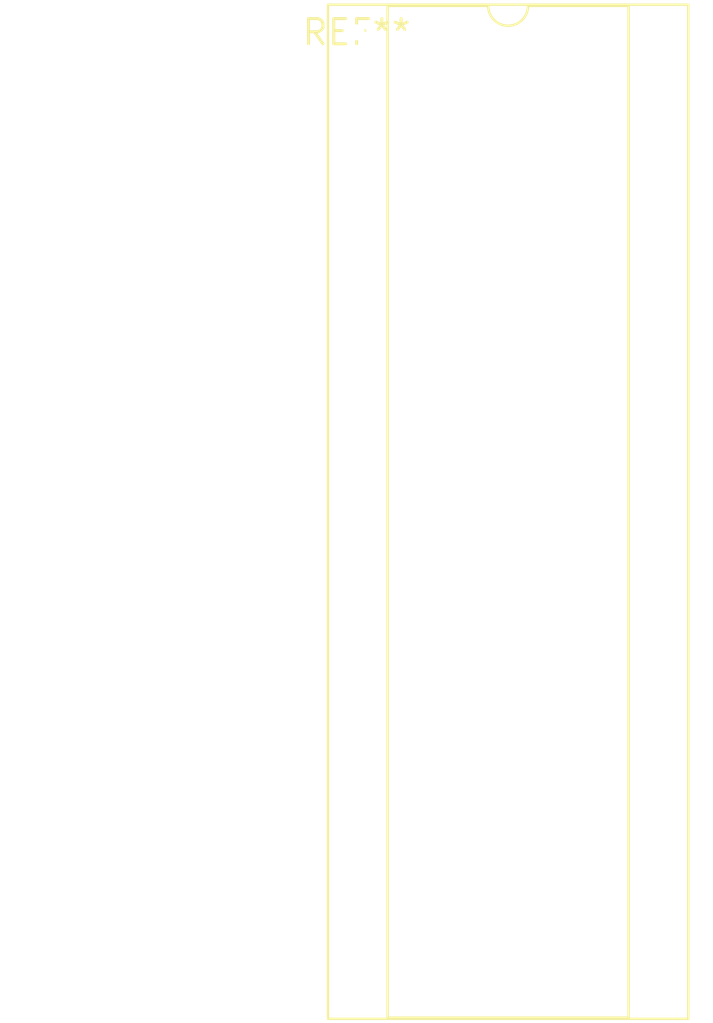
<source format=kicad_pcb>
(kicad_pcb (version 20240108) (generator pcbnew)
  (layers (0 "F.Cu" signal) (31 "B.Cu" signal) (34 "B.Paste" user) (35 "F.Paste" user) (36 "B.SilkS" user "B.Silkscreen") (37 "F.SilkS" user "F.Silkscreen") (38 "B.Mask" user) (39 "F.Mask" user) (44 "Edge.Cuts" user))
  (net 0 "")
  (footprint "DIP-40_W15.24mm_Socket_LongPads" (layer "F.Cu") (at 0 0)
    (property "Reference" "REF**")
    (property "Value" "DIP-40_W15.24mm_Socket_LongPads")
    (fp_line (start -1.44 -1.39) (end -1.44 49.65) (layer "F.SilkS") (stroke (width 0.12)))
    (fp_line (start -1.44 49.65) (end 16.68 49.65) (layer "F.SilkS") (stroke (width 0.12)))
    (fp_line (start 1.56 -1.33) (end 1.56 49.59) (layer "F.SilkS") (stroke (width 0.12)))
    (fp_line (start 1.56 49.59) (end 13.68 49.59) (layer "F.SilkS") (stroke (width 0.12)))
    (fp_line (start 6.62 -1.33) (end 1.56 -1.33) (layer "F.SilkS") (stroke (width 0.12)))
    (fp_line (start 13.68 -1.33) (end 8.62 -1.33) (layer "F.SilkS") (stroke (width 0.12)))
    (fp_line (start 13.68 49.59) (end 13.68 -1.33) (layer "F.SilkS") (stroke (width 0.12)))
    (fp_line (start 16.68 -1.39) (end -1.44 -1.39) (layer "F.SilkS") (stroke (width 0.12)))
    (fp_line (start 16.68 49.65) (end 16.68 -1.39) (layer "F.SilkS") (stroke (width 0.12)))
    (fp_arc (start 8.62 -1.33) (mid 7.62 -0.33) (end 6.62 -1.33) (layer "F.SilkS") (stroke (width 0.12)))
    (pad "1" thru_hole rect (at 0 0) (size 2.4 1.6) (drill 0.8) (layers *.Cu *.Mask) (remove_unused_layers))
    (pad "2" thru_hole oval (at 0 2.54) (size 2.4 1.6) (drill 0.8) (layers *.Cu *.Mask) (remove_unused_layers))
    (pad "3" thru_hole oval (at 0 5.08) (size 2.4 1.6) (drill 0.8) (layers *.Cu *.Mask) (remove_unused_layers))
    (pad "4" thru_hole oval (at 0 7.62) (size 2.4 1.6) (drill 0.8) (layers *.Cu *.Mask) (remove_unused_layers))
    (pad "5" thru_hole oval (at 0 10.16) (size 2.4 1.6) (drill 0.8) (layers *.Cu *.Mask) (remove_unused_layers))
    (pad "6" thru_hole oval (at 0 12.7) (size 2.4 1.6) (drill 0.8) (layers *.Cu *.Mask) (remove_unused_layers))
    (pad "7" thru_hole oval (at 0 15.24) (size 2.4 1.6) (drill 0.8) (layers *.Cu *.Mask) (remove_unused_layers))
    (pad "8" thru_hole oval (at 0 17.78) (size 2.4 1.6) (drill 0.8) (layers *.Cu *.Mask) (remove_unused_layers))
    (pad "9" thru_hole oval (at 0 20.32) (size 2.4 1.6) (drill 0.8) (layers *.Cu *.Mask) (remove_unused_layers))
    (pad "10" thru_hole oval (at 0 22.86) (size 2.4 1.6) (drill 0.8) (layers *.Cu *.Mask) (remove_unused_layers))
    (pad "11" thru_hole oval (at 0 25.4) (size 2.4 1.6) (drill 0.8) (layers *.Cu *.Mask) (remove_unused_layers))
    (pad "12" thru_hole oval (at 0 27.94) (size 2.4 1.6) (drill 0.8) (layers *.Cu *.Mask) (remove_unused_layers))
    (pad "13" thru_hole oval (at 0 30.48) (size 2.4 1.6) (drill 0.8) (layers *.Cu *.Mask) (remove_unused_layers))
    (pad "14" thru_hole oval (at 0 33.02) (size 2.4 1.6) (drill 0.8) (layers *.Cu *.Mask) (remove_unused_layers))
    (pad "15" thru_hole oval (at 0 35.56) (size 2.4 1.6) (drill 0.8) (layers *.Cu *.Mask) (remove_unused_layers))
    (pad "16" thru_hole oval (at 0 38.1) (size 2.4 1.6) (drill 0.8) (layers *.Cu *.Mask) (remove_unused_layers))
    (pad "17" thru_hole oval (at 0 40.64) (size 2.4 1.6) (drill 0.8) (layers *.Cu *.Mask) (remove_unused_layers))
    (pad "18" thru_hole oval (at 0 43.18) (size 2.4 1.6) (drill 0.8) (layers *.Cu *.Mask) (remove_unused_layers))
    (pad "19" thru_hole oval (at 0 45.72) (size 2.4 1.6) (drill 0.8) (layers *.Cu *.Mask) (remove_unused_layers))
    (pad "20" thru_hole oval (at 0 48.26) (size 2.4 1.6) (drill 0.8) (layers *.Cu *.Mask) (remove_unused_layers))
    (pad "21" thru_hole oval (at 15.24 48.26) (size 2.4 1.6) (drill 0.8) (layers *.Cu *.Mask) (remove_unused_layers))
    (pad "22" thru_hole oval (at 15.24 45.72) (size 2.4 1.6) (drill 0.8) (layers *.Cu *.Mask) (remove_unused_layers))
    (pad "23" thru_hole oval (at 15.24 43.18) (size 2.4 1.6) (drill 0.8) (layers *.Cu *.Mask) (remove_unused_layers))
    (pad "24" thru_hole oval (at 15.24 40.64) (size 2.4 1.6) (drill 0.8) (layers *.Cu *.Mask) (remove_unused_layers))
    (pad "25" thru_hole oval (at 15.24 38.1) (size 2.4 1.6) (drill 0.8) (layers *.Cu *.Mask) (remove_unused_layers))
    (pad "26" thru_hole oval (at 15.24 35.56) (size 2.4 1.6) (drill 0.8) (layers *.Cu *.Mask) (remove_unused_layers))
    (pad "27" thru_hole oval (at 15.24 33.02) (size 2.4 1.6) (drill 0.8) (layers *.Cu *.Mask) (remove_unused_layers))
    (pad "28" thru_hole oval (at 15.24 30.48) (size 2.4 1.6) (drill 0.8) (layers *.Cu *.Mask) (remove_unused_layers))
    (pad "29" thru_hole oval (at 15.24 27.94) (size 2.4 1.6) (drill 0.8) (layers *.Cu *.Mask) (remove_unused_layers))
    (pad "30" thru_hole oval (at 15.24 25.4) (size 2.4 1.6) (drill 0.8) (layers *.Cu *.Mask) (remove_unused_layers))
    (pad "31" thru_hole oval (at 15.24 22.86) (size 2.4 1.6) (drill 0.8) (layers *.Cu *.Mask) (remove_unused_layers))
    (pad "32" thru_hole oval (at 15.24 20.32) (size 2.4 1.6) (drill 0.8) (layers *.Cu *.Mask) (remove_unused_layers))
    (pad "33" thru_hole oval (at 15.24 17.78) (size 2.4 1.6) (drill 0.8) (layers *.Cu *.Mask) (remove_unused_layers))
    (pad "34" thru_hole oval (at 15.24 15.24) (size 2.4 1.6) (drill 0.8) (layers *.Cu *.Mask) (remove_unused_layers))
    (pad "35" thru_hole oval (at 15.24 12.7) (size 2.4 1.6) (drill 0.8) (layers *.Cu *.Mask) (remove_unused_layers))
    (pad "36" thru_hole oval (at 15.24 10.16) (size 2.4 1.6) (drill 0.8) (layers *.Cu *.Mask) (remove_unused_layers))
    (pad "37" thru_hole oval (at 15.24 7.62) (size 2.4 1.6) (drill 0.8) (layers *.Cu *.Mask) (remove_unused_layers))
    (pad "38" thru_hole oval (at 15.24 5.08) (size 2.4 1.6) (drill 0.8) (layers *.Cu *.Mask) (remove_unused_layers))
    (pad "39" thru_hole oval (at 15.24 2.54) (size 2.4 1.6) (drill 0.8) (layers *.Cu *.Mask) (remove_unused_layers))
    (pad "40" thru_hole oval (at 15.24 0) (size 2.4 1.6) (drill 0.8) (layers *.Cu *.Mask) (remove_unused_layers))
  )
)
</source>
